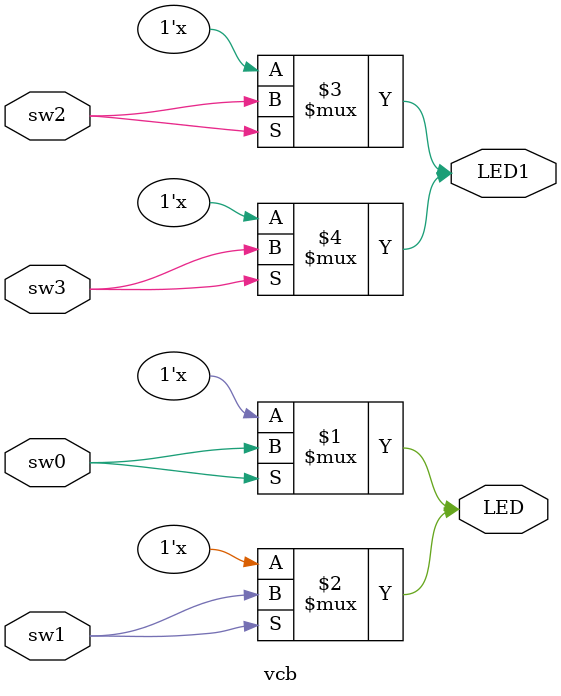
<source format=v>
`timescale 1ns / 1ps

module vcb(
   input  sw0,
   input  sw1,
   input  sw2,
   input  sw3,
   output tri LED,
   output tri LED1
   );
   bufif1 b1(LED, sw0, sw0);
   bufif1 b2(LED, sw1, sw1);
   bufif1 b3(LED1, sw2, sw2);
   bufif1 b4(LED1, sw3, sw3);
endmodule
</source>
